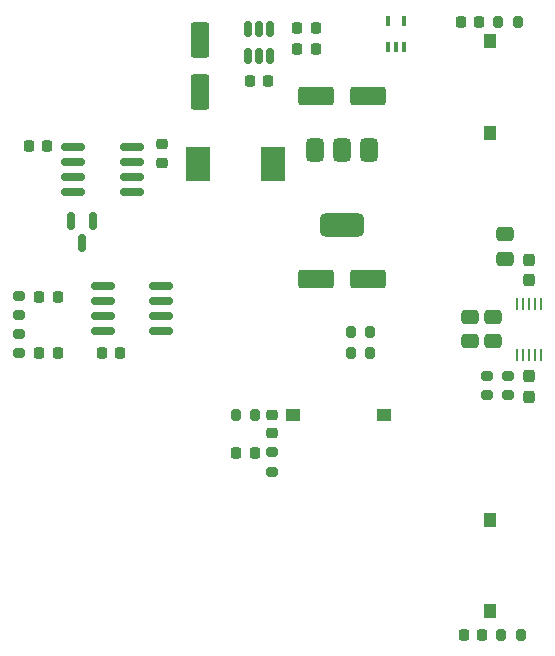
<source format=gbr>
%TF.GenerationSoftware,KiCad,Pcbnew,9.0.1*%
%TF.CreationDate,2025-04-25T16:38:00-04:00*%
%TF.ProjectId,pcb,7063622e-6b69-4636-9164-5f7063625858,1.0*%
%TF.SameCoordinates,Original*%
%TF.FileFunction,Paste,Top*%
%TF.FilePolarity,Positive*%
%FSLAX46Y46*%
G04 Gerber Fmt 4.6, Leading zero omitted, Abs format (unit mm)*
G04 Created by KiCad (PCBNEW 9.0.1) date 2025-04-25 16:38:00*
%MOMM*%
%LPD*%
G01*
G04 APERTURE LIST*
G04 Aperture macros list*
%AMRoundRect*
0 Rectangle with rounded corners*
0 $1 Rounding radius*
0 $2 $3 $4 $5 $6 $7 $8 $9 X,Y pos of 4 corners*
0 Add a 4 corners polygon primitive as box body*
4,1,4,$2,$3,$4,$5,$6,$7,$8,$9,$2,$3,0*
0 Add four circle primitives for the rounded corners*
1,1,$1+$1,$2,$3*
1,1,$1+$1,$4,$5*
1,1,$1+$1,$6,$7*
1,1,$1+$1,$8,$9*
0 Add four rect primitives between the rounded corners*
20,1,$1+$1,$2,$3,$4,$5,0*
20,1,$1+$1,$4,$5,$6,$7,0*
20,1,$1+$1,$6,$7,$8,$9,0*
20,1,$1+$1,$8,$9,$2,$3,0*%
G04 Aperture macros list end*
%ADD10RoundRect,0.375000X-0.375000X0.625000X-0.375000X-0.625000X0.375000X-0.625000X0.375000X0.625000X0*%
%ADD11RoundRect,0.500000X-1.400000X0.500000X-1.400000X-0.500000X1.400000X-0.500000X1.400000X0.500000X0*%
%ADD12R,0.250000X1.100000*%
%ADD13RoundRect,0.087500X0.087500X-0.337500X0.087500X0.337500X-0.087500X0.337500X-0.087500X-0.337500X0*%
%ADD14R,1.000000X1.250000*%
%ADD15RoundRect,0.200000X0.200000X0.275000X-0.200000X0.275000X-0.200000X-0.275000X0.200000X-0.275000X0*%
%ADD16RoundRect,0.200000X-0.275000X0.200000X-0.275000X-0.200000X0.275000X-0.200000X0.275000X0.200000X0*%
%ADD17RoundRect,0.200000X0.275000X-0.200000X0.275000X0.200000X-0.275000X0.200000X-0.275000X-0.200000X0*%
%ADD18RoundRect,0.237500X0.237500X-0.287500X0.237500X0.287500X-0.237500X0.287500X-0.237500X-0.287500X0*%
%ADD19RoundRect,0.237500X-0.237500X0.287500X-0.237500X-0.287500X0.237500X-0.287500X0.237500X0.287500X0*%
%ADD20RoundRect,0.225000X-0.225000X-0.250000X0.225000X-0.250000X0.225000X0.250000X-0.225000X0.250000X0*%
%ADD21RoundRect,0.250000X0.475000X-0.337500X0.475000X0.337500X-0.475000X0.337500X-0.475000X-0.337500X0*%
%ADD22RoundRect,0.250000X-0.475000X0.337500X-0.475000X-0.337500X0.475000X-0.337500X0.475000X0.337500X0*%
%ADD23RoundRect,0.225000X0.250000X-0.225000X0.250000X0.225000X-0.250000X0.225000X-0.250000X-0.225000X0*%
%ADD24RoundRect,0.218750X-0.218750X-0.256250X0.218750X-0.256250X0.218750X0.256250X-0.218750X0.256250X0*%
%ADD25R,1.250000X1.000000*%
%ADD26RoundRect,0.225000X0.225000X0.250000X-0.225000X0.250000X-0.225000X-0.250000X0.225000X-0.250000X0*%
%ADD27RoundRect,0.150000X0.825000X0.150000X-0.825000X0.150000X-0.825000X-0.150000X0.825000X-0.150000X0*%
%ADD28RoundRect,0.150000X-0.150000X0.587500X-0.150000X-0.587500X0.150000X-0.587500X0.150000X0.587500X0*%
%ADD29R,2.000000X3.000000*%
%ADD30RoundRect,0.250000X-1.250000X-0.550000X1.250000X-0.550000X1.250000X0.550000X-1.250000X0.550000X0*%
%ADD31RoundRect,0.250000X-0.550000X1.250000X-0.550000X-1.250000X0.550000X-1.250000X0.550000X1.250000X0*%
%ADD32RoundRect,0.218750X0.218750X0.256250X-0.218750X0.256250X-0.218750X-0.256250X0.218750X-0.256250X0*%
%ADD33RoundRect,0.200000X-0.200000X-0.275000X0.200000X-0.275000X0.200000X0.275000X-0.200000X0.275000X0*%
%ADD34RoundRect,0.150000X-0.150000X0.512500X-0.150000X-0.512500X0.150000X-0.512500X0.150000X0.512500X0*%
G04 APERTURE END LIST*
D10*
%TO.C,U5*%
X112375000Y-95850000D03*
D11*
X114675000Y-102150000D03*
D10*
X114675000Y-95850000D03*
X116975000Y-95850000D03*
%TD*%
D12*
%TO.C,U2*%
X129500000Y-113150000D03*
X130000000Y-113150000D03*
X130500000Y-113150000D03*
X131000000Y-113150000D03*
X131500000Y-113150000D03*
X131500000Y-108850000D03*
X131000000Y-108850000D03*
X130500000Y-108850000D03*
X130000000Y-108850000D03*
X129500000Y-108850000D03*
%TD*%
D13*
%TO.C,U1*%
X118600000Y-87100000D03*
X119250000Y-87100000D03*
X119900000Y-87100000D03*
X119900000Y-84900000D03*
X118600000Y-84900000D03*
%TD*%
D14*
%TO.C,SW4*%
X127250000Y-86625000D03*
X127250000Y-94375000D03*
%TD*%
D15*
%TO.C,R19*%
X129575000Y-85000000D03*
X127925000Y-85000000D03*
%TD*%
D16*
%TO.C,R18*%
X128750000Y-114925000D03*
X128750000Y-116575000D03*
%TD*%
D17*
%TO.C,R17*%
X127000000Y-116575000D03*
X127000000Y-114925000D03*
%TD*%
D18*
%TO.C,FB2*%
X130500000Y-116750000D03*
X130500000Y-115000000D03*
%TD*%
D19*
%TO.C,FB1*%
X130500000Y-105125000D03*
X130500000Y-106875000D03*
%TD*%
D20*
%TO.C,C15*%
X124725000Y-85000000D03*
X126275000Y-85000000D03*
%TD*%
D21*
%TO.C,C4*%
X127500000Y-112037500D03*
X127500000Y-109962500D03*
%TD*%
D22*
%TO.C,C3*%
X128500000Y-102962500D03*
X128500000Y-105037500D03*
%TD*%
D21*
%TO.C,C2*%
X125500000Y-112037500D03*
X125500000Y-109962500D03*
%TD*%
D20*
%TO.C,C11*%
X124975000Y-136875000D03*
X126525000Y-136875000D03*
%TD*%
D23*
%TO.C,C10*%
X108750000Y-119800000D03*
X108750000Y-118250000D03*
%TD*%
D15*
%TO.C,R29*%
X117075000Y-111250000D03*
X115425000Y-111250000D03*
%TD*%
D24*
%TO.C,D24*%
X89037500Y-113000000D03*
X90612500Y-113000000D03*
%TD*%
D25*
%TO.C,SW2*%
X110500000Y-118275000D03*
X118250000Y-118275000D03*
%TD*%
D26*
%TO.C,C13*%
X89700000Y-95500000D03*
X88150000Y-95500000D03*
%TD*%
D27*
%TO.C,U7*%
X96900000Y-99405000D03*
X96900000Y-98135000D03*
X96900000Y-96865000D03*
X96900000Y-95595000D03*
X91950000Y-95595000D03*
X91950000Y-96865000D03*
X91950000Y-98135000D03*
X91950000Y-99405000D03*
%TD*%
D26*
%TO.C,C12*%
X95925000Y-113000000D03*
X94375000Y-113000000D03*
%TD*%
D24*
%TO.C,D25*%
X89037500Y-108250000D03*
X90612500Y-108250000D03*
%TD*%
D28*
%TO.C,D15*%
X93600000Y-101812500D03*
X91700000Y-101812500D03*
X92650000Y-103687500D03*
%TD*%
D29*
%TO.C,L1*%
X102475000Y-97000000D03*
X108875000Y-97000000D03*
%TD*%
D30*
%TO.C,C9*%
X112475000Y-106750000D03*
X116875000Y-106750000D03*
%TD*%
D26*
%TO.C,C6*%
X112450000Y-87250000D03*
X110900000Y-87250000D03*
%TD*%
D23*
%TO.C,C14*%
X99425000Y-96890000D03*
X99425000Y-95340000D03*
%TD*%
D15*
%TO.C,R16*%
X129825000Y-136875000D03*
X128175000Y-136875000D03*
%TD*%
D20*
%TO.C,C7*%
X110900000Y-85500000D03*
X112450000Y-85500000D03*
%TD*%
D31*
%TO.C,C1*%
X102675000Y-86550000D03*
X102675000Y-90950000D03*
%TD*%
D32*
%TO.C,D1*%
X107287500Y-121500000D03*
X105712500Y-121500000D03*
%TD*%
D17*
%TO.C,R44*%
X87325000Y-109825000D03*
X87325000Y-108175000D03*
%TD*%
%TO.C,R10*%
X108750000Y-123075000D03*
X108750000Y-121425000D03*
%TD*%
D30*
%TO.C,C8*%
X112475000Y-91250000D03*
X116875000Y-91250000D03*
%TD*%
D27*
%TO.C,U6*%
X99375000Y-111155000D03*
X99375000Y-109885000D03*
X99375000Y-108615000D03*
X99375000Y-107345000D03*
X94425000Y-107345000D03*
X94425000Y-108615000D03*
X94425000Y-109885000D03*
X94425000Y-111155000D03*
%TD*%
D16*
%TO.C,R43*%
X87325000Y-111387500D03*
X87325000Y-113037500D03*
%TD*%
D33*
%TO.C,R15*%
X105675000Y-118275000D03*
X107325000Y-118275000D03*
%TD*%
D15*
%TO.C,R30*%
X117075000Y-113000000D03*
X115425000Y-113000000D03*
%TD*%
D20*
%TO.C,C5*%
X106900000Y-90000000D03*
X108450000Y-90000000D03*
%TD*%
D14*
%TO.C,SW3*%
X127250000Y-134875000D03*
X127250000Y-127125000D03*
%TD*%
D34*
%TO.C,U4*%
X108625000Y-85612500D03*
X107675000Y-85612500D03*
X106725000Y-85612500D03*
X106725000Y-87887500D03*
X107675000Y-87887500D03*
X108625000Y-87887500D03*
%TD*%
M02*

</source>
